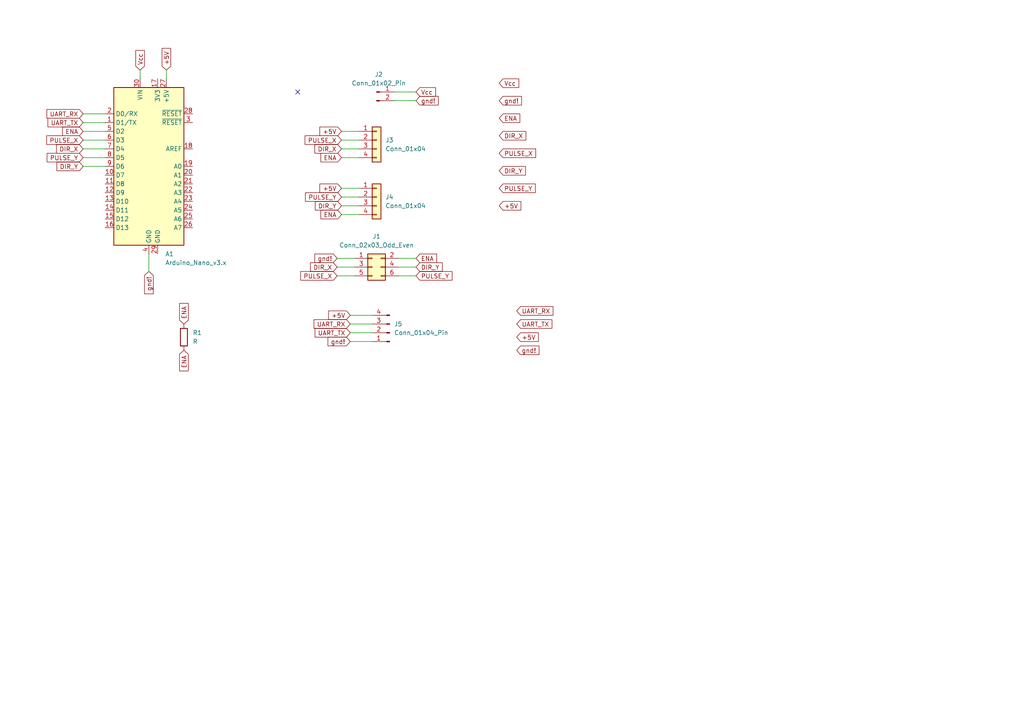
<source format=kicad_sch>
(kicad_sch (version 20231120) (generator "eeschema") (generator_version "8.0")
  (paper "A4")
  (lib_symbols
    (symbol "Connector:Conn_01x02_Pin" (pin_names (offset 1.016) hide)
      (property "Reference" "J" (at 0 2.54 0))
      (property "Value" "Conn_01x02_Pin" (at 0 -5.08 0))
      (symbol "Conn_01x02_Pin_1_1"
        (polyline (pts (xy 1.27 -2.54) (xy 0.8636 -2.54)) (stroke (width 0.1524)))
        (polyline (pts (xy 1.27 0) (xy 0.8636 0)) (stroke (width 0.1524)))
        (rectangle (start 0.8636 -2.413) (end 0 -2.667) (stroke (width 0.1524)) (fill (type outline)))
        (rectangle (start 0.8636 0.127) (end 0 -0.127) (stroke (width 0.1524)) (fill (type outline)))
        (pin passive line (at 5.08 0 180) (length 3.81) (name "Pin_1") (number "1"))
        (pin passive line (at 5.08 -2.54 180) (length 3.81) (name "Pin_2") (number "2"))
      )
    )
    (symbol "Connector:Conn_01x04_Pin" (pin_names (offset 1.016) hide)
      (property "Reference" "J" (at 0 5.08 0))
      (property "Value" "Conn_01x04_Pin" (at 0 -7.62 0))
      (symbol "Conn_01x04_Pin_1_1"
        (polyline (pts (xy 1.27 -5.08) (xy 0.8636 -5.08)) (stroke (width 0.1524)))
        (polyline (pts (xy 1.27 -2.54) (xy 0.8636 -2.54)) (stroke (width 0.1524)))
        (polyline (pts (xy 1.27 0) (xy 0.8636 0)) (stroke (width 0.1524)))
        (polyline (pts (xy 1.27 2.54) (xy 0.8636 2.54)) (stroke (width 0.1524)))
        (rectangle (start 0.8636 -4.953) (end 0 -5.207) (stroke (width 0.1524)) (fill (type outline)))
        (rectangle (start 0.8636 -2.413) (end 0 -2.667) (stroke (width 0.1524)) (fill (type outline)))
        (rectangle (start 0.8636 0.127) (end 0 -0.127) (stroke (width 0.1524)) (fill (type outline)))
        (rectangle (start 0.8636 2.667) (end 0 2.413) (stroke (width 0.1524)) (fill (type outline)))
        (pin passive line (at 5.08 2.54 180) (length 3.81) (name "Pin_1") (number "1"))
        (pin passive line (at 5.08 0 180) (length 3.81) (name "Pin_2") (number "2"))
        (pin passive line (at 5.08 -2.54 180) (length 3.81) (name "Pin_3") (number "3"))
        (pin passive line (at 5.08 -5.08 180) (length 3.81) (name "Pin_4") (number "4"))
      )
    )
    (symbol "Connector_Generic:Conn_01x04" (pin_names (offset 1.016) hide)
      (property "Reference" "J" (at 0 5.08 0))
      (property "Value" "Conn_01x04" (at 0 -7.62 0))
      (symbol "Conn_01x04_1_1"
        (rectangle (start -1.27 -4.953) (end 0 -5.207) (stroke (width 0.1524)))
        (rectangle (start -1.27 -2.413) (end 0 -2.667) (stroke (width 0.1524)))
        (rectangle (start -1.27 0.127) (end 0 -0.127) (stroke (width 0.1524)))
        (rectangle (start -1.27 2.667) (end 0 2.413) (stroke (width 0.1524)))
        (rectangle (start -1.27 3.81) (end 1.27 -6.35) (stroke (width 0.254)) (fill (type background)))
        (pin passive line (at -5.08 2.54 0) (length 3.81) (name "Pin_1") (number "1"))
        (pin passive line (at -5.08 0 0) (length 3.81) (name "Pin_2") (number "2"))
        (pin passive line (at -5.08 -2.54 0) (length 3.81) (name "Pin_3") (number "3"))
        (pin passive line (at -5.08 -5.08 0) (length 3.81) (name "Pin_4") (number "4"))
      )
    )
    (symbol "Connector_Generic:Conn_02x03_Odd_Even" (pin_names (offset 1.016) hide)
      (property "Reference" "J" (at 1.27 5.08 0))
      (property "Value" "Conn_02x03_Odd_Even" (at 1.27 -5.08 0))
      (symbol "Conn_02x03_Odd_Even_1_1"
        (rectangle (start -1.27 -2.413) (end 0 -2.667) (stroke (width 0.1524)))
        (rectangle (start -1.27 0.127) (end 0 -0.127) (stroke (width 0.1524)))
        (rectangle (start -1.27 2.667) (end 0 2.413) (stroke (width 0.1524)))
        (rectangle (start -1.27 3.81) (end 3.81 -3.81) (stroke (width 0.254)) (fill (type background)))
        (rectangle (start 3.81 -2.413) (end 2.54 -2.667) (stroke (width 0.1524)))
        (rectangle (start 3.81 0.127) (end 2.54 -0.127) (stroke (width 0.1524)))
        (rectangle (start 3.81 2.667) (end 2.54 2.413) (stroke (width 0.1524)))
        (pin passive line (at -5.08 2.54 0) (length 3.81) (name "Pin_1") (number "1"))
        (pin passive line (at 7.62 2.54 180) (length 3.81) (name "Pin_2") (number "2"))
        (pin passive line (at -5.08 0 0) (length 3.81) (name "Pin_3") (number "3"))
        (pin passive line (at 7.62 0 180) (length 3.81) (name "Pin_4") (number "4"))
        (pin passive line (at -5.08 -2.54 0) (length 3.81) (name "Pin_5") (number "5"))
        (pin passive line (at 7.62 -2.54 180) (length 3.81) (name "Pin_6") (number "6"))
      )
    )
    (symbol "Device:R" (pin_numbers hide) (pin_names (offset 0))
      (property "Reference" "R" (at 2.032 0 90))
      (property "Value" "R" (at 0 0 90))
      (symbol "R_0_1"
        (rectangle (start -1.016 -2.54) (end 1.016 2.54) (stroke (width 0.254)))
      )
      (symbol "R_1_1"
        (pin passive line (at 0 3.81 270) (length 1.27) (name "~") (number "1"))
        (pin passive line (at 0 -3.81 90) (length 1.27) (name "~") (number "2"))
      )
    )
    (symbol "MCU_Module:Arduino_Nano_v3.x"
      (property "Reference" "A" (at -10.16 23.495 0))
      (property "Value" "Arduino_Nano_v3.x" (at 5.08 -24.13 0))
      (symbol "Arduino_Nano_v3.x_0_1"
        (rectangle (start -10.16 22.86) (end 10.16 -22.86) (stroke (width 0.254)) (fill (type background)))
      )
      (symbol "Arduino_Nano_v3.x_1_1"
        (pin bidirectional line (at -12.7 12.7 0) (length 2.54) (name "D1/TX") (number "1"))
        (pin bidirectional line (at -12.7 -2.54 0) (length 2.54) (name "D7") (number "10"))
        (pin bidirectional line (at -12.7 -5.08 0) (length 2.54) (name "D8") (number "11"))
        (pin bidirectional line (at -12.7 -7.62 0) (length 2.54) (name "D9") (number "12"))
        (pin bidirectional line (at -12.7 -10.16 0) (length 2.54) (name "D10") (number "13"))
        (pin bidirectional line (at -12.7 -12.7 0) (length 2.54) (name "D11") (number "14"))
        (pin bidirectional line (at -12.7 -15.24 0) (length 2.54) (name "D12") (number "15"))
        (pin bidirectional line (at -12.7 -17.78 0) (length 2.54) (name "D13") (number "16"))
        (pin power_out line (at 2.54 25.4 270) (length 2.54) (name "3V3") (number "17"))
        (pin input line (at 12.7 5.08 180) (length 2.54) (name "AREF") (number "18"))
        (pin bidirectional line (at 12.7 0 180) (length 2.54) (name "A0") (number "19"))
        (pin bidirectional line (at -12.7 15.24 0) (length 2.54) (name "D0/RX") (number "2"))
        (pin bidirectional line (at 12.7 -2.54 180) (length 2.54) (name "A1") (number "20"))
        (pin bidirectional line (at 12.7 -5.08 180) (length 2.54) (name "A2") (number "21"))
        (pin bidirectional line (at 12.7 -7.62 180) (length 2.54) (name "A3") (number "22"))
        (pin bidirectional line (at 12.7 -10.16 180) (length 2.54) (name "A4") (number "23"))
        (pin bidirectional line (at 12.7 -12.7 180) (length 2.54) (name "A5") (number "24"))
        (pin bidirectional line (at 12.7 -15.24 180) (length 2.54) (name "A6") (number "25"))
        (pin bidirectional line (at 12.7 -17.78 180) (length 2.54) (name "A7") (number "26"))
        (pin power_out line (at 5.08 25.4 270) (length 2.54) (name "+5V") (number "27"))
        (pin input line (at 12.7 15.24 180) (length 2.54) (name "~{RESET}") (number "28"))
        (pin power_in line (at 2.54 -25.4 90) (length 2.54) (name "GND") (number "29"))
        (pin input line (at 12.7 12.7 180) (length 2.54) (name "~{RESET}") (number "3"))
        (pin power_in line (at -2.54 25.4 270) (length 2.54) (name "VIN") (number "30"))
        (pin power_in line (at 0 -25.4 90) (length 2.54) (name "GND") (number "4"))
        (pin bidirectional line (at -12.7 10.16 0) (length 2.54) (name "D2") (number "5"))
        (pin bidirectional line (at -12.7 7.62 0) (length 2.54) (name "D3") (number "6"))
        (pin bidirectional line (at -12.7 5.08 0) (length 2.54) (name "D4") (number "7"))
        (pin bidirectional line (at -12.7 2.54 0) (length 2.54) (name "D5") (number "8"))
        (pin bidirectional line (at -12.7 0 0) (length 2.54) (name "D6") (number "9"))
      )
    )
  )
  (no_connect (at 86.36 26.67))
  (wire (pts (xy 48.26 20.32) (xy 48.26 22.86)))
  (wire (pts (xy 24.13 45.72) (xy 30.48 45.72)))
  (wire (pts (xy 99.06 40.64) (xy 104.14 40.64)))
  (wire (pts (xy 99.06 45.72) (xy 104.14 45.72)))
  (wire (pts (xy 107.95 99.06) (xy 101.6 99.06)))
  (wire (pts (xy 115.57 74.93) (xy 120.65 74.93)))
  (wire (pts (xy 114.3 29.21) (xy 120.65 29.21)))
  (wire (pts (xy 43.18 73.66) (xy 43.18 78.74)))
  (wire (pts (xy 107.95 91.44) (xy 101.6 91.44)))
  (wire (pts (xy 99.06 59.69) (xy 104.14 59.69)))
  (wire (pts (xy 115.57 77.47) (xy 120.65 77.47)))
  (wire (pts (xy 115.57 80.01) (xy 120.65 80.01)))
  (wire (pts (xy 114.3 26.67) (xy 120.65 26.67)))
  (wire (pts (xy 24.13 38.1) (xy 30.48 38.1)))
  (wire (pts (xy 24.13 48.26) (xy 30.48 48.26)))
  (wire (pts (xy 24.13 35.56) (xy 30.48 35.56)))
  (wire (pts (xy 107.95 93.98) (xy 101.6 93.98)))
  (wire (pts (xy 99.06 54.61) (xy 104.14 54.61)))
  (wire (pts (xy 24.13 40.64) (xy 30.48 40.64)))
  (wire (pts (xy 97.79 80.01) (xy 102.87 80.01)))
  (wire (pts (xy 99.06 43.18) (xy 104.14 43.18)))
  (wire (pts (xy 97.79 74.93) (xy 102.87 74.93)))
  (wire (pts (xy 99.06 62.23) (xy 104.14 62.23)))
  (wire (pts (xy 107.95 96.52) (xy 101.6 96.52)))
  (wire (pts (xy 99.06 38.1) (xy 104.14 38.1)))
  (wire (pts (xy 40.64 20.32) (xy 40.64 22.86)))
  (wire (pts (xy 97.79 77.47) (xy 102.87 77.47)))
  (wire (pts (xy 99.06 57.15) (xy 104.14 57.15)))
  (wire (pts (xy 24.13 33.02) (xy 30.48 33.02)))
  (wire (pts (xy 24.13 43.18) (xy 30.48 43.18)))
  (global_label "DIR_X" (shape input) (at 97.79 77.47 180) (property "Intersheetrefs" "${INTERSHEET_REFS}" (effects (hide yes))))
  (global_label "DIR_Y" (shape input) (at 120.65 77.47 0) (property "Intersheetrefs" "${INTERSHEET_REFS}" (effects (hide yes))))
  (global_label "gnd!" (shape input) (at 97.79 74.93 180) (property "Intersheetrefs" "${INTERSHEET_REFS}" (effects (hide yes))))
  (global_label "PULSE_X" (shape input) (at 99.06 40.64 180) (property "Intersheetrefs" "${INTERSHEET_REFS}" (effects (hide yes))))
  (global_label "UART_RX" (shape input) (at 101.6 93.98 180) (property "Intersheetrefs" "${INTERSHEET_REFS}" (effects (hide yes))))
  (global_label "Vcc" (shape input) (at 144.78 24.13 0) (property "Intersheetrefs" "${INTERSHEET_REFS}" (effects (hide yes))))
  (global_label "Vcc" (shape input) (at 40.64 20.32 90) (property "Intersheetrefs" "${INTERSHEET_REFS}" (effects (hide yes))))
  (global_label "Vcc" (shape input) (at 120.65 26.67 0) (property "Intersheetrefs" "${INTERSHEET_REFS}" (effects (hide yes))))
  (global_label "gnd!" (shape input) (at 149.86 101.6 0) (property "Intersheetrefs" "${INTERSHEET_REFS}" (effects (hide yes))))
  (global_label "DIR_Y" (shape input) (at 24.13 48.26 180) (property "Intersheetrefs" "${INTERSHEET_REFS}" (effects (hide yes))))
  (global_label "ENA" (shape input) (at 53.34 101.6 270) (property "Intersheetrefs" "${INTERSHEET_REFS}" (effects (hide yes))))
  (global_label "UART_TX" (shape input) (at 149.86 93.98 0) (property "Intersheetrefs" "${INTERSHEET_REFS}" (effects (hide yes))))
  (global_label "PULSE_Y" (shape input) (at 24.13 45.72 180) (property "Intersheetrefs" "${INTERSHEET_REFS}" (effects (hide yes))))
  (global_label "gnd!" (shape input) (at 43.18 78.74 270) (property "Intersheetrefs" "${INTERSHEET_REFS}" (effects (hide yes))))
  (global_label "+5V" (shape input) (at 99.06 38.1 180) (property "Intersheetrefs" "${INTERSHEET_REFS}" (effects (hide yes))))
  (global_label "PULSE_Y" (shape input) (at 99.06 57.15 180) (property "Intersheetrefs" "${INTERSHEET_REFS}" (effects (hide yes))))
  (global_label "PULSE_X" (shape input) (at 24.13 40.64 180) (property "Intersheetrefs" "${INTERSHEET_REFS}" (effects (hide yes))))
  (global_label "+5V" (shape input) (at 99.06 54.61 180) (property "Intersheetrefs" "${INTERSHEET_REFS}" (effects (hide yes))))
  (global_label "ENA" (shape input) (at 24.13 38.1 180) (property "Intersheetrefs" "${INTERSHEET_REFS}" (effects (hide yes))))
  (global_label "ENA" (shape input) (at 53.34 93.98 90) (property "Intersheetrefs" "${INTERSHEET_REFS}" (effects (hide yes))))
  (global_label "PULSE_X" (shape input) (at 97.79 80.01 180) (property "Intersheetrefs" "${INTERSHEET_REFS}" (effects (hide yes))))
  (global_label "PULSE_Y" (shape input) (at 144.78 54.61 0) (property "Intersheetrefs" "${INTERSHEET_REFS}" (effects (hide yes))))
  (global_label "+5V" (shape input) (at 101.6 91.44 180) (property "Intersheetrefs" "${INTERSHEET_REFS}" (effects (hide yes))))
  (global_label "ENA" (shape input) (at 99.06 45.72 180) (property "Intersheetrefs" "${INTERSHEET_REFS}" (effects (hide yes))))
  (global_label "ENA" (shape input) (at 120.65 74.93 0) (property "Intersheetrefs" "${INTERSHEET_REFS}" (effects (hide yes))))
  (global_label "UART_RX" (shape input) (at 24.13 33.02 180) (property "Intersheetrefs" "${INTERSHEET_REFS}" (effects (hide yes))))
  (global_label "UART_TX" (shape input) (at 101.6 96.52 180) (property "Intersheetrefs" "${INTERSHEET_REFS}" (effects (hide yes))))
  (global_label "gnd!" (shape input) (at 144.78 29.21 0) (property "Intersheetrefs" "${INTERSHEET_REFS}" (effects (hide yes))))
  (global_label "PULSE_X" (shape input) (at 144.78 44.45 0) (property "Intersheetrefs" "${INTERSHEET_REFS}" (effects (hide yes))))
  (global_label "DIR_Y" (shape input) (at 144.78 49.53 0) (property "Intersheetrefs" "${INTERSHEET_REFS}" (effects (hide yes))))
  (global_label "DIR_X" (shape input) (at 24.13 43.18 180) (property "Intersheetrefs" "${INTERSHEET_REFS}" (effects (hide yes))))
  (global_label "PULSE_Y" (shape input) (at 120.65 80.01 0) (property "Intersheetrefs" "${INTERSHEET_REFS}" (effects (hide yes))))
  (global_label "DIR_X" (shape input) (at 99.06 43.18 180) (property "Intersheetrefs" "${INTERSHEET_REFS}" (effects (hide yes))))
  (global_label "+5V" (shape input) (at 149.86 97.79 0) (property "Intersheetrefs" "${INTERSHEET_REFS}" (effects (hide yes))))
  (global_label "UART_TX" (shape input) (at 24.13 35.56 180) (property "Intersheetrefs" "${INTERSHEET_REFS}" (effects (hide yes))))
  (global_label "+5V" (shape input) (at 144.78 59.69 0) (property "Intersheetrefs" "${INTERSHEET_REFS}" (effects (hide yes))))
  (global_label "ENA" (shape input) (at 99.06 62.23 180) (property "Intersheetrefs" "${INTERSHEET_REFS}" (effects (hide yes))))
  (global_label "gnd!" (shape input) (at 101.6 99.06 180) (property "Intersheetrefs" "${INTERSHEET_REFS}" (effects (hide yes))))
  (global_label "gnd!" (shape input) (at 120.65 29.21 0) (property "Intersheetrefs" "${INTERSHEET_REFS}" (effects (hide yes))))
  (global_label "DIR_Y" (shape input) (at 99.06 59.69 180) (property "Intersheetrefs" "${INTERSHEET_REFS}" (effects (hide yes))))
  (global_label "ENA" (shape input) (at 144.78 34.29 0) (property "Intersheetrefs" "${INTERSHEET_REFS}" (effects (hide yes))))
  (global_label "+5V" (shape input) (at 48.26 20.32 90) (property "Intersheetrefs" "${INTERSHEET_REFS}" (effects (hide yes))))
  (global_label "UART_RX" (shape input) (at 149.86 90.17 0) (property "Intersheetrefs" "${INTERSHEET_REFS}" (effects (hide yes))))
  (global_label "DIR_X" (shape input) (at 144.78 39.37 0) (property "Intersheetrefs" "${INTERSHEET_REFS}" (effects (hide yes))))
  (symbol (lib_id "Device:R") (at 53.34 97.79 0) (unit 1)
    (property "Reference" "R1" (at 55.88 96.5199 0) (effects (justify left)))
    (property "Value" "R" (at 55.88 99.0599 0) (effects (justify left)))
    (property "Description" "Resistor" (effects (hide yes)))
  )
  (symbol (lib_id "Connector_Generic:Conn_01x04") (at 109.22 40.64 0) (unit 1)
    (property "Reference" "J3" (at 111.76 40.6399 0) (effects (justify left)))
    (property "Value" "Conn_01x04" (at 111.76 43.1799 0) (effects (justify left)))
    (property "Footprint" "Connector_JST:JST_XH_B4B-XH-A_1x04_P2.50mm_Vertical" (effects (hide yes)))
    (property "Description" "Generic connector, single row, 01x04, script generated (kicad-library-utils/schlib/autogen/connector/)" (effects (hide yes)))
  )
  (symbol (lib_id "MCU_Module:Arduino_Nano_v3.x") (at 43.18 48.26 0) (unit 1)
    (property "Reference" "A1" (at 47.9141 73.66 0) (effects (justify left)))
    (property "Value" "Arduino_Nano_v3.x" (at 47.9141 76.2 0) (effects (justify left)))
    (property "Footprint" "Module:Arduino_Nano" (effects (hide yes)))
    (property "Datasheet" "http://www.mouser.com/pdfdocs/Gravitech_Arduino_Nano3_0.pdf" (effects (hide yes)))
    (property "Description" "Arduino Nano v3.x" (effects (hide yes)))
  )
  (symbol (lib_id "Connector:Conn_01x04_Pin") (at 113.03 96.52 180) (unit 1)
    (property "Reference" "J5" (at 114.3 93.9799 0) (effects (justify right)))
    (property "Value" "Conn_01x04_Pin" (at 114.3 96.5199 0) (effects (justify right)))
    (property "Footprint" "Connector_PinHeader_2.54mm:PinHeader_1x04_P2.54mm_Vertical" (effects (hide yes)))
    (property "Description" "Generic connector, single row, 01x04, script generated" (effects (hide yes)))
  )
  (symbol (lib_id "Connector_Generic:Conn_01x04") (at 109.22 57.15 0) (unit 1)
    (property "Reference" "J4" (at 111.76 57.1499 0) (effects (justify left)))
    (property "Value" "Conn_01x04" (at 111.76 59.6899 0) (effects (justify left)))
    (property "Footprint" "Connector_JST:JST_XH_B4B-XH-A_1x04_P2.50mm_Vertical" (effects (hide yes)))
    (property "Description" "Generic connector, single row, 01x04, script generated (kicad-library-utils/schlib/autogen/connector/)" (effects (hide yes)))
  )
  (symbol (lib_id "Connector:Conn_01x02_Pin") (at 109.22 26.67 0) (unit 1)
    (property "Reference" "J2" (at 109.855 21.59 0))
    (property "Value" "Conn_01x02_Pin" (at 109.855 24.13 0))
    (property "Footprint" "Connector_JST:JST_XH_B2B-XH-A_1x02_P2.50mm_Vertical" (effects (hide yes)))
    (property "Description" "Generic connector, single row, 01x02, script generated" (effects (hide yes)))
  )
  (symbol (lib_id "Connector_Generic:Conn_02x03_Odd_Even") (at 107.95 77.47 0) (unit 1)
    (property "Reference" "J1" (at 109.22 68.58 0))
    (property "Value" "Conn_02x03_Odd_Even" (at 109.22 71.12 0))
    (property "Footprint" "Connector_PinHeader_2.54mm:PinHeader_2x03_P2.54mm_Vertical" (effects (hide yes)))
    (property "Description" "Generic connector, double row, 02x03, odd/even pin numbering scheme (row 1 odd numbers, row 2 even numbers), script generated (kicad-library-utils/schlib/autogen/connector/)" (effects (hide yes)))
  )
)
</source>
